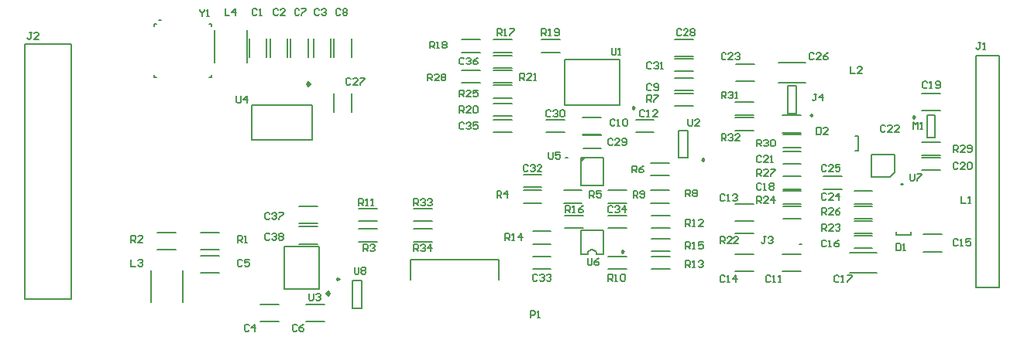
<source format=gto>
%FSLAX24Y24*%
%MOIN*%
G70*
G01*
G75*
G04 Layer_Color=65535*
%ADD10R,0.1181X0.0551*%
%ADD11R,0.0433X0.0394*%
%ADD12C,0.0394*%
%ADD13R,0.0512X0.0591*%
%ADD14R,0.0433X0.0236*%
%ADD15R,0.0290X0.0220*%
%ADD16R,0.0118X0.0472*%
%ADD17R,0.0571X0.0177*%
%ADD18R,0.0335X0.0110*%
%ADD19R,0.0110X0.0335*%
%ADD20R,0.0276X0.0118*%
%ADD21R,0.0480X0.0358*%
%ADD22R,0.0358X0.0480*%
%ADD23R,0.0500X0.0200*%
%ADD24R,0.0200X0.0500*%
%ADD25R,0.0472X0.0118*%
%ADD26R,0.0551X0.0118*%
%ADD27R,0.0630X0.0709*%
%ADD28R,0.0906X0.0236*%
%ADD29R,0.0236X0.0433*%
%ADD30R,0.0591X0.0512*%
%ADD31C,0.0100*%
%ADD32C,0.0110*%
%ADD33C,0.1575*%
%ADD34C,0.0748*%
%ADD35R,0.0748X0.0748*%
%ADD36C,0.0787*%
%ADD37C,0.1496*%
%ADD38C,0.0280*%
%ADD39C,0.0098*%
%ADD40C,0.0118*%
%ADD41C,0.0050*%
%ADD42C,0.0079*%
%ADD43C,0.0059*%
G36*
X-492Y394D02*
Y591D01*
X-295D01*
X-492Y394D01*
D02*
G37*
G54D31*
X13297Y-547D02*
X13357Y-542D01*
X13297Y-535D01*
G54D39*
X4706Y503D02*
X4784Y473D01*
X4776Y556D01*
X4705Y512D01*
X-10897Y-4627D02*
X-10975Y-4597D01*
X-10967Y-4680D01*
X-10896Y-4636D01*
X9381Y2422D02*
X9459Y2392D01*
X9451Y2475D01*
X9380Y2431D01*
X13878Y2352D02*
X13804Y2395D01*
Y2310D01*
X13878Y2352D01*
X1348Y-3445D02*
X1275Y-3402D01*
Y-3487D01*
X1348Y-3445D01*
X1831Y2754D02*
X1757Y2797D01*
Y2711D01*
X1831Y2754D01*
G54D40*
X-12146Y3760D02*
X-12205Y3819D01*
X-12264Y3760D01*
X-12205Y3701D01*
X-12146Y3760D01*
X-11299Y-5276D02*
X-11358Y-5217D01*
X-11417Y-5276D01*
X-11358Y-5335D01*
X-11299Y-5276D01*
G54D41*
X197Y-3563D02*
X170Y-3465D01*
X98Y-3393D01*
X0Y-3366D01*
X-98Y-3393D01*
X-170Y-3465D01*
X-197Y-3563D01*
X-17618Y-5646D02*
Y-4268D01*
X-18996Y-5646D02*
Y-4268D01*
X-14862Y4705D02*
Y6083D01*
X-16240Y4705D02*
Y6083D01*
X-10039Y-2483D02*
X-9252D01*
X-10039Y-3028D02*
X-9252D01*
X-10039Y-1598D02*
X-9252D01*
X-10039Y-2143D02*
X-9252D01*
X-7671Y-1598D02*
X-6884D01*
X-7671Y-2143D02*
X-6884D01*
X-7671Y-2483D02*
X-6884D01*
X-7671Y-3028D02*
X-6884D01*
X-12605Y-1498D02*
X-11805D01*
X-12605Y-2243D02*
X-11805D01*
X-12605Y-2383D02*
X-11805D01*
X-12605Y-3128D02*
X-11805D01*
X4124Y591D02*
Y1772D01*
X3730D02*
X4124D01*
X3730Y591D02*
Y1772D01*
Y591D02*
X4124D01*
X-10315Y-4715D02*
X-9921D01*
Y-5896D02*
Y-4715D01*
X-10315Y-5896D02*
X-9921D01*
X-10315D02*
Y-4715D01*
X8799Y2510D02*
Y3691D01*
X8406D02*
X8799D01*
X8406Y2510D02*
Y3691D01*
Y2510D02*
X8799D01*
X14411Y1474D02*
Y2444D01*
X14742Y1474D02*
Y2444D01*
X14411D02*
X14742D01*
X14411Y1474D02*
X14742D01*
X-14656Y2854D02*
X-12057D01*
X-14656Y1358D02*
X-12057D01*
Y2854D01*
X-14656Y1358D02*
Y2854D01*
X197Y-3563D02*
X472D01*
X-472D02*
X-197D01*
X-472Y-2539D02*
X472D01*
X-472Y-3563D02*
Y-2539D01*
X472Y-3563D02*
Y-2539D01*
X12028Y-246D02*
X12815D01*
X12028D02*
Y738D01*
X12815Y-246D02*
X13012Y-49D01*
X12028Y738D02*
X13012D01*
Y-49D02*
Y738D01*
X11280Y-3314D02*
X12067D01*
X11280Y-2769D02*
X12067D01*
X3561Y5709D02*
X4361D01*
X3561Y4964D02*
X4361D01*
X-400Y1596D02*
X400D01*
X-400Y2341D02*
X400D01*
X-2953Y-666D02*
X-2165D01*
X-2953Y-121D02*
X-2165D01*
X3567Y4861D02*
X4354D01*
X3567Y4316D02*
X4354D01*
X-1969Y2241D02*
X-1181D01*
X-1969Y1696D02*
X-1181D01*
X1870D02*
X2657D01*
X1870Y2241D02*
X2657D01*
X-394Y1007D02*
X394D01*
X-394Y1552D02*
X394D01*
X689Y-2438D02*
X1476D01*
X689Y-1893D02*
X1476D01*
X-2559Y-4209D02*
X-1772D01*
X-2559Y-3665D02*
X-1772D01*
X2520Y371D02*
X3307D01*
X2520Y-174D02*
X3307D01*
X3567Y3487D02*
X4354D01*
X3567Y4032D02*
X4354D01*
X-4232Y1696D02*
X-3445D01*
X-4232Y2241D02*
X-3445D01*
X8202Y-4309D02*
X9002D01*
X8202Y-3565D02*
X9002D01*
X-4232Y4452D02*
X-3445D01*
X-4232Y4997D02*
X-3445D01*
X6155Y-1389D02*
X6955D01*
X6155Y-2134D02*
X6955D01*
X6155Y-3565D02*
X6955D01*
X6155Y-4309D02*
X6955D01*
X14256Y-3463D02*
X15056D01*
X14256Y-2718D02*
X15056D01*
X8209Y-1394D02*
X8996D01*
X8209Y-850D02*
X8996D01*
X14177Y2630D02*
X14977D01*
X14177Y3374D02*
X14977D01*
X14183Y607D02*
X14970D01*
X14183Y62D02*
X14970D01*
X8209Y320D02*
X8996D01*
X8209Y865D02*
X8996D01*
X8202Y1673D02*
X9002D01*
X8202Y2418D02*
X9002D01*
X6194Y4644D02*
X6994D01*
X6194Y3899D02*
X6994D01*
X13081Y-2736D02*
Y-2618D01*
Y-2736D02*
X13711D01*
Y-2618D01*
X11329Y906D02*
X11447D01*
Y1535D01*
X11329D02*
X11447D01*
X-16837Y-2635D02*
X-16037D01*
X-16837Y-3380D02*
X-16037D01*
X-18707D02*
X-17907D01*
X-18707Y-2635D02*
X-17907D01*
X-2953Y-810D02*
X-2165D01*
X-2953Y-1355D02*
X-2165D01*
X-1220D02*
X-433D01*
X-1220Y-810D02*
X-433D01*
X3567Y3361D02*
X4354D01*
X3567Y2816D02*
X4354D01*
X2520Y-1355D02*
X3307D01*
X2520Y-810D02*
X3307D01*
X699D02*
X1486D01*
X699Y-1355D02*
X1486D01*
X689Y-4209D02*
X1476D01*
X689Y-3665D02*
X1476D01*
X2559Y-2438D02*
X3346D01*
X2559Y-1893D02*
X3346D01*
X2559Y-4209D02*
X3346D01*
X2559Y-3665D02*
X3346D01*
X-2553Y-3127D02*
X-1766D01*
X-2553Y-2582D02*
X-1766D01*
X2559Y-3452D02*
X3346D01*
X2559Y-2907D02*
X3346D01*
X-1181Y-2438D02*
X-394D01*
X-1181Y-1893D02*
X-394D01*
X-4232Y5686D02*
X-3445D01*
X-4232Y5141D02*
X-3445D01*
X-5610Y5686D02*
X-4823D01*
X-5610Y5141D02*
X-4823D01*
X-2175D02*
X-1388D01*
X-2175Y5686D02*
X-1388D01*
X-4232Y2385D02*
X-3445D01*
X-4232Y2930D02*
X-3445D01*
X-4232Y3816D02*
X-3445D01*
X-4232Y4361D02*
X-3445D01*
X6161Y-2674D02*
X6949D01*
X6161Y-2129D02*
X6949D01*
X8209Y-2034D02*
X8996D01*
X8209Y-1489D02*
X8996D01*
X-4232Y3717D02*
X-3445D01*
X-4232Y3172D02*
X-3445D01*
X8209Y-210D02*
X8996D01*
X8209Y-755D02*
X8996D01*
X-5610Y4361D02*
X-4823D01*
X-5610Y3816D02*
X-4823D01*
X8209Y1591D02*
X8996D01*
X8209Y1046D02*
X8996D01*
X6161Y2444D02*
X6949D01*
X6161Y2989D02*
X6949D01*
X6161Y2318D02*
X6949D01*
X6161Y1773D02*
X6949D01*
X-13248Y-3248D02*
X-11752D01*
X-13248Y-5079D02*
X-11752D01*
X-13248D02*
Y-3248D01*
X-11752Y-5079D02*
Y-3248D01*
X-492Y-591D02*
Y591D01*
Y-591D02*
X492D01*
Y591D01*
X-492D02*
X492D01*
X11083Y-3504D02*
X12264D01*
X11083Y-4370D02*
X12264D01*
X11280Y-1394D02*
X12067D01*
X11280Y-850D02*
X12067D01*
X9951Y-755D02*
X10738D01*
X9951Y-210D02*
X10738D01*
X8012Y4705D02*
X9193D01*
X8012Y3839D02*
X9193D01*
X11280Y-2034D02*
X12067D01*
X11280Y-1489D02*
X12067D01*
X11280Y-2129D02*
X12067D01*
X11280Y-2674D02*
X12067D01*
X14183Y712D02*
X14970D01*
X14183Y1257D02*
X14970D01*
X-12309Y-6475D02*
X-11509D01*
X-12309Y-5730D02*
X-11509D01*
X-14278D02*
X-13478D01*
X-14278Y-6475D02*
X-13478D01*
X-16837Y-3620D02*
X-16037D01*
X-16837Y-4365D02*
X-16037D01*
X-1171Y4823D02*
X1171D01*
X-1171Y2854D02*
X1171D01*
X-1171D02*
Y4823D01*
X1171Y2854D02*
Y4823D01*
X-16393Y6267D02*
Y6367D01*
X-16493D02*
X-16393D01*
X-16493Y4067D02*
X-16393D01*
Y4167D01*
X-18843Y6367D02*
X-18743D01*
X-18843Y6267D02*
Y6367D01*
Y4067D02*
X-18743D01*
X-18843D02*
Y4167D01*
X-10356Y2553D02*
Y3353D01*
X-11101Y2553D02*
Y3353D01*
X-10356Y4915D02*
Y5715D01*
X-11101Y4915D02*
Y5715D01*
X-12226Y4915D02*
Y5715D01*
X-12971Y4915D02*
Y5715D01*
X-11242Y4915D02*
Y5715D01*
X-11987Y4915D02*
Y5715D01*
X-13112Y4915D02*
Y5715D01*
X-13857Y4915D02*
Y5715D01*
X-13998Y4915D02*
Y5715D01*
X-14743Y4915D02*
Y5715D01*
X16528Y5000D02*
X17528D01*
X17028Y-5000D02*
X17528D01*
Y5000D01*
X16528Y-5000D02*
Y5000D01*
Y-5000D02*
X17028D01*
X-24406Y5500D02*
X-23906D01*
X-22406Y-5500D02*
Y5500D01*
X-23906D02*
X-22406D01*
X-24406Y-5500D02*
Y5500D01*
Y-5500D02*
X-22406D01*
X-7805Y-4685D02*
Y-3819D01*
X-4006Y-4685D02*
Y-3819D01*
X-7805D02*
X-4006D01*
G54D42*
X9006Y-3130D02*
X8927D01*
X9006D01*
X-1063Y591D02*
X-1142D01*
X-1063D01*
X-18563Y6516D02*
X-18642D01*
X-18563D01*
G54D43*
X-7671Y-3445D02*
Y-3150D01*
X-7524D01*
X-7474Y-3199D01*
Y-3297D01*
X-7524Y-3346D01*
X-7671D01*
X-7573D02*
X-7474Y-3445D01*
X-7376Y-3199D02*
X-7327Y-3150D01*
X-7228D01*
X-7179Y-3199D01*
Y-3248D01*
X-7228Y-3297D01*
X-7278D01*
X-7228D01*
X-7179Y-3346D01*
Y-3396D01*
X-7228Y-3445D01*
X-7327D01*
X-7376Y-3396D01*
X-6933Y-3445D02*
Y-3150D01*
X-7081Y-3297D01*
X-6884D01*
X-7671Y-1476D02*
Y-1181D01*
X-7524D01*
X-7474Y-1230D01*
Y-1329D01*
X-7524Y-1378D01*
X-7671D01*
X-7573D02*
X-7474Y-1476D01*
X-7376Y-1230D02*
X-7327Y-1181D01*
X-7228D01*
X-7179Y-1230D01*
Y-1280D01*
X-7228Y-1329D01*
X-7278D01*
X-7228D01*
X-7179Y-1378D01*
Y-1427D01*
X-7228Y-1476D01*
X-7327D01*
X-7376Y-1427D01*
X-7081Y-1230D02*
X-7032Y-1181D01*
X-6933D01*
X-6884Y-1230D01*
Y-1280D01*
X-6933Y-1329D01*
X-6982D01*
X-6933D01*
X-6884Y-1378D01*
Y-1427D01*
X-6933Y-1476D01*
X-7032D01*
X-7081Y-1427D01*
X-10039Y-1476D02*
Y-1181D01*
X-9892D01*
X-9843Y-1230D01*
Y-1329D01*
X-9892Y-1378D01*
X-10039D01*
X-9941D02*
X-9843Y-1476D01*
X-9744D02*
X-9646D01*
X-9695D01*
Y-1181D01*
X-9744Y-1230D01*
X-9498Y-1476D02*
X-9400D01*
X-9449D01*
Y-1181D01*
X-9498Y-1230D01*
X-9843Y-3445D02*
Y-3150D01*
X-9695D01*
X-9646Y-3199D01*
Y-3297D01*
X-9695Y-3346D01*
X-9843D01*
X-9744D02*
X-9646Y-3445D01*
X-9547Y-3199D02*
X-9498Y-3150D01*
X-9400D01*
X-9351Y-3199D01*
Y-3248D01*
X-9400Y-3297D01*
X-9449D01*
X-9400D01*
X-9351Y-3346D01*
Y-3396D01*
X-9400Y-3445D01*
X-9498D01*
X-9547Y-3396D01*
X-13878Y-2707D02*
X-13927Y-2658D01*
X-14026D01*
X-14075Y-2707D01*
Y-2904D01*
X-14026Y-2953D01*
X-13927D01*
X-13878Y-2904D01*
X-13780Y-2707D02*
X-13730Y-2658D01*
X-13632D01*
X-13583Y-2707D01*
Y-2756D01*
X-13632Y-2805D01*
X-13681D01*
X-13632D01*
X-13583Y-2854D01*
Y-2904D01*
X-13632Y-2953D01*
X-13730D01*
X-13780Y-2904D01*
X-13484Y-2707D02*
X-13435Y-2658D01*
X-13337D01*
X-13288Y-2707D01*
Y-2756D01*
X-13337Y-2805D01*
X-13288Y-2854D01*
Y-2904D01*
X-13337Y-2953D01*
X-13435D01*
X-13484Y-2904D01*
Y-2854D01*
X-13435Y-2805D01*
X-13484Y-2756D01*
Y-2707D01*
X-13435Y-2805D02*
X-13337D01*
X-13878Y-1821D02*
X-13927Y-1772D01*
X-14026D01*
X-14075Y-1821D01*
Y-2018D01*
X-14026Y-2067D01*
X-13927D01*
X-13878Y-2018D01*
X-13780Y-1821D02*
X-13730Y-1772D01*
X-13632D01*
X-13583Y-1821D01*
Y-1870D01*
X-13632Y-1919D01*
X-13681D01*
X-13632D01*
X-13583Y-1969D01*
Y-2018D01*
X-13632Y-2067D01*
X-13730D01*
X-13780Y-2018D01*
X-13484Y-1772D02*
X-13288D01*
Y-1821D01*
X-13484Y-2018D01*
Y-2067D01*
X10078Y-3002D02*
X10029Y-2953D01*
X9931D01*
X9882Y-3002D01*
Y-3199D01*
X9931Y-3248D01*
X10029D01*
X10078Y-3199D01*
X10177Y-3248D02*
X10275D01*
X10226D01*
Y-2953D01*
X10177Y-3002D01*
X10620Y-2953D02*
X10521Y-3002D01*
X10423Y-3100D01*
Y-3199D01*
X10472Y-3248D01*
X10570D01*
X10620Y-3199D01*
Y-3150D01*
X10570Y-3100D01*
X10423D01*
X-15059Y-3845D02*
X-15108Y-3795D01*
X-15207D01*
X-15256Y-3845D01*
Y-4041D01*
X-15207Y-4091D01*
X-15108D01*
X-15059Y-4041D01*
X-14764Y-3795D02*
X-14961D01*
Y-3943D01*
X-14862Y-3894D01*
X-14813D01*
X-14764Y-3943D01*
Y-4041D01*
X-14813Y-4091D01*
X-14912D01*
X-14961Y-4041D01*
X-14764Y-6644D02*
X-14813Y-6595D01*
X-14911D01*
X-14961Y-6644D01*
Y-6841D01*
X-14911Y-6890D01*
X-14813D01*
X-14764Y-6841D01*
X-14518Y-6890D02*
Y-6595D01*
X-14665Y-6742D01*
X-14469D01*
X-12697Y-6644D02*
X-12746Y-6595D01*
X-12845D01*
X-12894Y-6644D01*
Y-6841D01*
X-12845Y-6890D01*
X-12746D01*
X-12697Y-6841D01*
X-12402Y-6595D02*
X-12500Y-6644D01*
X-12599Y-6742D01*
Y-6841D01*
X-12549Y-6890D01*
X-12451D01*
X-12402Y-6841D01*
Y-6791D01*
X-12451Y-6742D01*
X-12599D01*
X13829Y1821D02*
Y2116D01*
X13927Y2018D01*
X14026Y2116D01*
Y1821D01*
X14124D02*
X14222D01*
X14173D01*
Y2116D01*
X14124Y2067D01*
X15551Y846D02*
Y1142D01*
X15699D01*
X15748Y1092D01*
Y994D01*
X15699Y945D01*
X15551D01*
X15650D02*
X15748Y846D01*
X16043D02*
X15846D01*
X16043Y1043D01*
Y1092D01*
X15994Y1142D01*
X15896D01*
X15846Y1092D01*
X16142Y896D02*
X16191Y846D01*
X16289D01*
X16338Y896D01*
Y1092D01*
X16289Y1142D01*
X16191D01*
X16142Y1092D01*
Y1043D01*
X16191Y994D01*
X16338D01*
X9882Y-2559D02*
Y-2264D01*
X10029D01*
X10078Y-2313D01*
Y-2411D01*
X10029Y-2461D01*
X9882D01*
X9980D02*
X10078Y-2559D01*
X10374D02*
X10177D01*
X10374Y-2362D01*
Y-2313D01*
X10324Y-2264D01*
X10226D01*
X10177Y-2313D01*
X10472D02*
X10521Y-2264D01*
X10620D01*
X10669Y-2313D01*
Y-2362D01*
X10620Y-2411D01*
X10570D01*
X10620D01*
X10669Y-2461D01*
Y-2510D01*
X10620Y-2559D01*
X10521D01*
X10472Y-2510D01*
X9882Y-1855D02*
Y-1560D01*
X10029D01*
X10078Y-1609D01*
Y-1708D01*
X10029Y-1757D01*
X9882D01*
X9980D02*
X10078Y-1855D01*
X10374D02*
X10177D01*
X10374Y-1659D01*
Y-1609D01*
X10324Y-1560D01*
X10226D01*
X10177Y-1609D01*
X10669Y-1560D02*
X10570Y-1609D01*
X10472Y-1708D01*
Y-1806D01*
X10521Y-1855D01*
X10620D01*
X10669Y-1806D01*
Y-1757D01*
X10620Y-1708D01*
X10472D01*
X9547Y5069D02*
X9498Y5118D01*
X9400D01*
X9350Y5069D01*
Y4872D01*
X9400Y4823D01*
X9498D01*
X9547Y4872D01*
X9842Y4823D02*
X9646D01*
X9842Y5020D01*
Y5069D01*
X9793Y5118D01*
X9695D01*
X9646Y5069D01*
X10138Y5118D02*
X10039Y5069D01*
X9941Y4970D01*
Y4872D01*
X9990Y4823D01*
X10088D01*
X10138Y4872D01*
Y4921D01*
X10088Y4970D01*
X9941D01*
X10078Y246D02*
X10029Y295D01*
X9931D01*
X9882Y246D01*
Y49D01*
X9931Y0D01*
X10029D01*
X10078Y49D01*
X10374Y0D02*
X10177D01*
X10374Y197D01*
Y246D01*
X10324Y295D01*
X10226D01*
X10177Y246D01*
X10669Y295D02*
X10472D01*
Y148D01*
X10570Y197D01*
X10620D01*
X10669Y148D01*
Y49D01*
X10620Y0D01*
X10521D01*
X10472Y49D01*
X10078Y-984D02*
X10029Y-935D01*
X9931D01*
X9882Y-984D01*
Y-1181D01*
X9931Y-1230D01*
X10029D01*
X10078Y-1181D01*
X10374Y-1230D02*
X10177D01*
X10374Y-1034D01*
Y-984D01*
X10324Y-935D01*
X10226D01*
X10177Y-984D01*
X10620Y-1230D02*
Y-935D01*
X10472Y-1083D01*
X10669D01*
X10630Y-4528D02*
X10581Y-4478D01*
X10482D01*
X10433Y-4528D01*
Y-4724D01*
X10482Y-4774D01*
X10581D01*
X10630Y-4724D01*
X10728Y-4774D02*
X10827D01*
X10777D01*
Y-4478D01*
X10728Y-4528D01*
X10974Y-4478D02*
X11171D01*
Y-4528D01*
X10974Y-4724D01*
Y-4774D01*
X13681Y-99D02*
Y-344D01*
X13730Y-394D01*
X13829D01*
X13878Y-344D01*
Y-99D01*
X13976D02*
X14173D01*
Y-148D01*
X13976Y-344D01*
Y-394D01*
X9667Y3346D02*
X9568D01*
X9618D01*
Y3100D01*
X9568Y3050D01*
X9519D01*
X9470Y3100D01*
X9913Y3050D02*
Y3346D01*
X9765Y3198D01*
X9962D01*
X7480Y-2805D02*
X7382D01*
X7431D01*
Y-3051D01*
X7382Y-3100D01*
X7333D01*
X7283Y-3051D01*
X7579Y-2854D02*
X7628Y-2805D01*
X7726D01*
X7775Y-2854D01*
Y-2904D01*
X7726Y-2953D01*
X7677D01*
X7726D01*
X7775Y-3002D01*
Y-3051D01*
X7726Y-3100D01*
X7628D01*
X7579Y-3051D01*
X-10230Y-4134D02*
Y-4380D01*
X-10181Y-4429D01*
X-10083D01*
X-10034Y-4380D01*
Y-4134D01*
X-9935Y-4183D02*
X-9886Y-4134D01*
X-9788D01*
X-9738Y-4183D01*
Y-4232D01*
X-9788Y-4282D01*
X-9738Y-4331D01*
Y-4380D01*
X-9788Y-4429D01*
X-9886D01*
X-9935Y-4380D01*
Y-4331D01*
X-9886Y-4282D01*
X-9935Y-4232D01*
Y-4183D01*
X-9886Y-4282D02*
X-9788D01*
X-1870Y837D02*
Y591D01*
X-1821Y541D01*
X-1722D01*
X-1673Y591D01*
Y837D01*
X-1378D02*
X-1575D01*
Y689D01*
X-1477Y738D01*
X-1427D01*
X-1378Y689D01*
Y591D01*
X-1427Y541D01*
X-1526D01*
X-1575Y591D01*
X-12185Y-5266D02*
Y-5512D01*
X-12136Y-5561D01*
X-12037D01*
X-11988Y-5512D01*
Y-5266D01*
X-11890Y-5315D02*
X-11841Y-5266D01*
X-11742D01*
X-11693Y-5315D01*
Y-5364D01*
X-11742Y-5413D01*
X-11791D01*
X-11742D01*
X-11693Y-5463D01*
Y-5512D01*
X-11742Y-5561D01*
X-11841D01*
X-11890Y-5512D01*
X5571Y1324D02*
Y1619D01*
X5718D01*
X5768Y1570D01*
Y1472D01*
X5718Y1422D01*
X5571D01*
X5669D02*
X5768Y1324D01*
X5866Y1570D02*
X5915Y1619D01*
X6014D01*
X6063Y1570D01*
Y1521D01*
X6014Y1472D01*
X5964D01*
X6014D01*
X6063Y1422D01*
Y1373D01*
X6014Y1324D01*
X5915D01*
X5866Y1373D01*
X6358Y1324D02*
X6161D01*
X6358Y1521D01*
Y1570D01*
X6309Y1619D01*
X6210D01*
X6161Y1570D01*
X5571Y3150D02*
Y3445D01*
X5718D01*
X5768Y3396D01*
Y3297D01*
X5718Y3248D01*
X5571D01*
X5669D02*
X5768Y3150D01*
X5866Y3396D02*
X5915Y3445D01*
X6014D01*
X6063Y3396D01*
Y3346D01*
X6014Y3297D01*
X5964D01*
X6014D01*
X6063Y3248D01*
Y3199D01*
X6014Y3150D01*
X5915D01*
X5866Y3199D01*
X6161Y3150D02*
X6260D01*
X6210D01*
Y3445D01*
X6161Y3396D01*
X7087Y1083D02*
Y1378D01*
X7234D01*
X7283Y1329D01*
Y1230D01*
X7234Y1181D01*
X7087D01*
X7185D02*
X7283Y1083D01*
X7382Y1329D02*
X7431Y1378D01*
X7529D01*
X7579Y1329D01*
Y1279D01*
X7529Y1230D01*
X7480D01*
X7529D01*
X7579Y1181D01*
Y1132D01*
X7529Y1083D01*
X7431D01*
X7382Y1132D01*
X7677Y1329D02*
X7726Y1378D01*
X7825D01*
X7874Y1329D01*
Y1132D01*
X7825Y1083D01*
X7726D01*
X7677Y1132D01*
Y1329D01*
X-7087Y3917D02*
Y4212D01*
X-6939D01*
X-6890Y4163D01*
Y4065D01*
X-6939Y4016D01*
X-7087D01*
X-6988D02*
X-6890Y3917D01*
X-6595D02*
X-6791D01*
X-6595Y4114D01*
Y4163D01*
X-6644Y4212D01*
X-6742D01*
X-6791Y4163D01*
X-6496D02*
X-6447Y4212D01*
X-6349D01*
X-6299Y4163D01*
Y4114D01*
X-6349Y4065D01*
X-6299Y4016D01*
Y3967D01*
X-6349Y3917D01*
X-6447D01*
X-6496Y3967D01*
Y4016D01*
X-6447Y4065D01*
X-6496Y4114D01*
Y4163D01*
X-6447Y4065D02*
X-6349D01*
X7087Y-197D02*
Y98D01*
X7234D01*
X7283Y49D01*
Y-49D01*
X7234Y-98D01*
X7087D01*
X7185D02*
X7283Y-197D01*
X7579D02*
X7382D01*
X7579Y-0D01*
Y49D01*
X7529Y98D01*
X7431D01*
X7382Y49D01*
X7677Y98D02*
X7874D01*
Y49D01*
X7677Y-148D01*
Y-197D01*
X-5709Y3219D02*
Y3514D01*
X-5561D01*
X-5512Y3464D01*
Y3366D01*
X-5561Y3317D01*
X-5709D01*
X-5610D02*
X-5512Y3219D01*
X-5217D02*
X-5413D01*
X-5217Y3415D01*
Y3464D01*
X-5266Y3514D01*
X-5364D01*
X-5413Y3464D01*
X-4922Y3514D02*
X-5118D01*
Y3366D01*
X-5020Y3415D01*
X-4971D01*
X-4922Y3366D01*
Y3268D01*
X-4971Y3219D01*
X-5069D01*
X-5118Y3268D01*
X7087Y-1378D02*
Y-1083D01*
X7234D01*
X7283Y-1132D01*
Y-1230D01*
X7234Y-1280D01*
X7087D01*
X7185D02*
X7283Y-1378D01*
X7579D02*
X7382D01*
X7579Y-1181D01*
Y-1132D01*
X7529Y-1083D01*
X7431D01*
X7382Y-1132D01*
X7825Y-1378D02*
Y-1083D01*
X7677Y-1230D01*
X7874D01*
X5512Y-3100D02*
Y-2805D01*
X5659D01*
X5709Y-2854D01*
Y-2953D01*
X5659Y-3002D01*
X5512D01*
X5610D02*
X5709Y-3100D01*
X6004D02*
X5807D01*
X6004Y-2904D01*
Y-2854D01*
X5955Y-2805D01*
X5856D01*
X5807Y-2854D01*
X6299Y-3100D02*
X6102D01*
X6299Y-2904D01*
Y-2854D01*
X6250Y-2805D01*
X6151D01*
X6102Y-2854D01*
X-3100Y3937D02*
Y4232D01*
X-2953D01*
X-2904Y4183D01*
Y4085D01*
X-2953Y4035D01*
X-3100D01*
X-3002D02*
X-2904Y3937D01*
X-2608D02*
X-2805D01*
X-2608Y4134D01*
Y4183D01*
X-2658Y4232D01*
X-2756D01*
X-2805Y4183D01*
X-2510Y3937D02*
X-2412D01*
X-2461D01*
Y4232D01*
X-2510Y4183D01*
X-5709Y2520D02*
Y2815D01*
X-5561D01*
X-5512Y2766D01*
Y2667D01*
X-5561Y2618D01*
X-5709D01*
X-5610D02*
X-5512Y2520D01*
X-5217D02*
X-5413D01*
X-5217Y2716D01*
Y2766D01*
X-5266Y2815D01*
X-5364D01*
X-5413Y2766D01*
X-5118D02*
X-5069Y2815D01*
X-4971D01*
X-4922Y2766D01*
Y2569D01*
X-4971Y2520D01*
X-5069D01*
X-5118Y2569D01*
Y2766D01*
X-2165Y5856D02*
Y6151D01*
X-2018D01*
X-1969Y6102D01*
Y6004D01*
X-2018Y5955D01*
X-2165D01*
X-2067D02*
X-1969Y5856D01*
X-1870D02*
X-1772D01*
X-1821D01*
Y6151D01*
X-1870Y6102D01*
X-1624Y5906D02*
X-1575Y5856D01*
X-1477D01*
X-1427Y5906D01*
Y6102D01*
X-1477Y6151D01*
X-1575D01*
X-1624Y6102D01*
Y6053D01*
X-1575Y6004D01*
X-1427D01*
X-6988Y5315D02*
Y5610D01*
X-6841D01*
X-6791Y5561D01*
Y5463D01*
X-6841Y5413D01*
X-6988D01*
X-6890D02*
X-6791Y5315D01*
X-6693D02*
X-6595D01*
X-6644D01*
Y5610D01*
X-6693Y5561D01*
X-6447D02*
X-6398Y5610D01*
X-6299D01*
X-6250Y5561D01*
Y5512D01*
X-6299Y5463D01*
X-6250Y5413D01*
Y5364D01*
X-6299Y5315D01*
X-6398D01*
X-6447Y5364D01*
Y5413D01*
X-6398Y5463D01*
X-6447Y5512D01*
Y5561D01*
X-6398Y5463D02*
X-6299D01*
X-4085Y5856D02*
Y6151D01*
X-3937D01*
X-3888Y6102D01*
Y6004D01*
X-3937Y5955D01*
X-4085D01*
X-3986D02*
X-3888Y5856D01*
X-3789D02*
X-3691D01*
X-3740D01*
Y6151D01*
X-3789Y6102D01*
X-3543Y6151D02*
X-3347D01*
Y6102D01*
X-3543Y5906D01*
Y5856D01*
X-1132Y-1772D02*
Y-1476D01*
X-984D01*
X-935Y-1526D01*
Y-1624D01*
X-984Y-1673D01*
X-1132D01*
X-1033D02*
X-935Y-1772D01*
X-837D02*
X-738D01*
X-788D01*
Y-1476D01*
X-837Y-1526D01*
X-394Y-1476D02*
X-492Y-1526D01*
X-591Y-1624D01*
Y-1722D01*
X-542Y-1772D01*
X-443D01*
X-394Y-1722D01*
Y-1673D01*
X-443Y-1624D01*
X-591D01*
X4035Y-3346D02*
Y-3051D01*
X4183D01*
X4232Y-3100D01*
Y-3199D01*
X4183Y-3248D01*
X4035D01*
X4134D02*
X4232Y-3346D01*
X4331D02*
X4429D01*
X4380D01*
Y-3051D01*
X4331Y-3100D01*
X4773Y-3051D02*
X4577D01*
Y-3199D01*
X4675Y-3150D01*
X4724D01*
X4773Y-3199D01*
Y-3297D01*
X4724Y-3346D01*
X4626D01*
X4577Y-3297D01*
X-3734Y-2972D02*
Y-2677D01*
X-3587D01*
X-3537Y-2726D01*
Y-2825D01*
X-3587Y-2874D01*
X-3734D01*
X-3636D02*
X-3537Y-2972D01*
X-3439D02*
X-3341D01*
X-3390D01*
Y-2677D01*
X-3439Y-2726D01*
X-3045Y-2972D02*
Y-2677D01*
X-3193Y-2825D01*
X-2996D01*
X4035Y-4134D02*
Y-3839D01*
X4183D01*
X4232Y-3888D01*
Y-3986D01*
X4183Y-4035D01*
X4035D01*
X4134D02*
X4232Y-4134D01*
X4331D02*
X4429D01*
X4380D01*
Y-3839D01*
X4331Y-3888D01*
X4577D02*
X4626Y-3839D01*
X4724D01*
X4773Y-3888D01*
Y-3937D01*
X4724Y-3986D01*
X4675D01*
X4724D01*
X4773Y-4035D01*
Y-4085D01*
X4724Y-4134D01*
X4626D01*
X4577Y-4085D01*
X4035Y-2362D02*
Y-2067D01*
X4183D01*
X4232Y-2116D01*
Y-2215D01*
X4183Y-2264D01*
X4035D01*
X4134D02*
X4232Y-2362D01*
X4331D02*
X4429D01*
X4380D01*
Y-2067D01*
X4331Y-2116D01*
X4773Y-2362D02*
X4577D01*
X4773Y-2165D01*
Y-2116D01*
X4724Y-2067D01*
X4626D01*
X4577Y-2116D01*
X689Y-4724D02*
Y-4429D01*
X837D01*
X886Y-4478D01*
Y-4577D01*
X837Y-4626D01*
X689D01*
X787D02*
X886Y-4724D01*
X984D02*
X1083D01*
X1033D01*
Y-4429D01*
X984Y-4478D01*
X1230D02*
X1279Y-4429D01*
X1378D01*
X1427Y-4478D01*
Y-4675D01*
X1378Y-4724D01*
X1279D01*
X1230Y-4675D01*
Y-4478D01*
X1772Y-1132D02*
Y-837D01*
X1919D01*
X1968Y-886D01*
Y-984D01*
X1919Y-1033D01*
X1772D01*
X1870D02*
X1968Y-1132D01*
X2067Y-1083D02*
X2116Y-1132D01*
X2214D01*
X2264Y-1083D01*
Y-886D01*
X2214Y-837D01*
X2116D01*
X2067Y-886D01*
Y-935D01*
X2116Y-984D01*
X2264D01*
X4035Y-1083D02*
Y-787D01*
X4183D01*
X4232Y-837D01*
Y-935D01*
X4183Y-984D01*
X4035D01*
X4134D02*
X4232Y-1083D01*
X4331Y-837D02*
X4380Y-787D01*
X4478D01*
X4527Y-837D01*
Y-886D01*
X4478Y-935D01*
X4527Y-984D01*
Y-1033D01*
X4478Y-1083D01*
X4380D01*
X4331Y-1033D01*
Y-984D01*
X4380Y-935D01*
X4331Y-886D01*
Y-837D01*
X4380Y-935D02*
X4478D01*
X2362Y3002D02*
Y3297D01*
X2510D01*
X2559Y3248D01*
Y3150D01*
X2510Y3100D01*
X2362D01*
X2461D02*
X2559Y3002D01*
X2657Y3297D02*
X2854D01*
Y3248D01*
X2657Y3051D01*
Y3002D01*
X-98Y-1132D02*
Y-837D01*
X49D01*
X98Y-886D01*
Y-984D01*
X49Y-1033D01*
X-98D01*
X-0D02*
X98Y-1132D01*
X394Y-837D02*
X197D01*
Y-984D01*
X295Y-935D01*
X344D01*
X394Y-984D01*
Y-1083D01*
X344Y-1132D01*
X246D01*
X197Y-1083D01*
X-4094Y-1132D02*
Y-837D01*
X-3947D01*
X-3898Y-886D01*
Y-984D01*
X-3947Y-1033D01*
X-4094D01*
X-3996D02*
X-3898Y-1132D01*
X-3652D02*
Y-837D01*
X-3799Y-984D01*
X-3603D01*
X-19833Y-3057D02*
Y-2762D01*
X-19685D01*
X-19636Y-2811D01*
Y-2910D01*
X-19685Y-2959D01*
X-19833D01*
X-19734D02*
X-19636Y-3057D01*
X-19341D02*
X-19538D01*
X-19341Y-2860D01*
Y-2811D01*
X-19390Y-2762D01*
X-19488D01*
X-19538Y-2811D01*
X-15256Y-3057D02*
Y-2762D01*
X-15108D01*
X-15059Y-2811D01*
Y-2910D01*
X-15108Y-2959D01*
X-15256D01*
X-15158D02*
X-15059Y-3057D01*
X-14961D02*
X-14862D01*
X-14912D01*
Y-2762D01*
X-14961Y-2811D01*
X11122Y4527D02*
Y4232D01*
X11319D01*
X11614D02*
X11417D01*
X11614Y4429D01*
Y4478D01*
X11565Y4527D01*
X11466D01*
X11417Y4478D01*
X15896Y-1083D02*
Y-1378D01*
X16092D01*
X16191D02*
X16289D01*
X16240D01*
Y-1083D01*
X16191Y-1132D01*
X9656Y1909D02*
Y1614D01*
X9803D01*
X9852Y1663D01*
Y1860D01*
X9803Y1909D01*
X9656D01*
X10147Y1614D02*
X9951D01*
X10147Y1811D01*
Y1860D01*
X10098Y1909D01*
X10000D01*
X9951Y1860D01*
X13091Y-3110D02*
Y-3406D01*
X13238D01*
X13287Y-3356D01*
Y-3160D01*
X13238Y-3110D01*
X13091D01*
X13386Y-3406D02*
X13484D01*
X13435D01*
Y-3110D01*
X13386Y-3160D01*
X5768Y5069D02*
X5718Y5118D01*
X5620D01*
X5571Y5069D01*
Y4872D01*
X5620Y4823D01*
X5718D01*
X5768Y4872D01*
X6063Y4823D02*
X5866D01*
X6063Y5020D01*
Y5069D01*
X6014Y5118D01*
X5915D01*
X5866Y5069D01*
X6161D02*
X6210Y5118D01*
X6309D01*
X6358Y5069D01*
Y5020D01*
X6309Y4970D01*
X6260D01*
X6309D01*
X6358Y4921D01*
Y4872D01*
X6309Y4823D01*
X6210D01*
X6161Y4872D01*
X12618Y1957D02*
X12569Y2006D01*
X12470D01*
X12421Y1957D01*
Y1760D01*
X12470Y1711D01*
X12569D01*
X12618Y1760D01*
X12913Y1711D02*
X12716D01*
X12913Y1907D01*
Y1957D01*
X12864Y2006D01*
X12766D01*
X12716Y1957D01*
X13208Y1711D02*
X13012D01*
X13208Y1907D01*
Y1957D01*
X13159Y2006D01*
X13061D01*
X13012Y1957D01*
X7283Y640D02*
X7234Y689D01*
X7136D01*
X7087Y640D01*
Y443D01*
X7136Y394D01*
X7234D01*
X7283Y443D01*
X7579Y394D02*
X7382D01*
X7579Y590D01*
Y640D01*
X7529Y689D01*
X7431D01*
X7382Y640D01*
X7677Y394D02*
X7775D01*
X7726D01*
Y689D01*
X7677Y640D01*
X15748Y344D02*
X15699Y394D01*
X15601D01*
X15551Y344D01*
Y148D01*
X15601Y98D01*
X15699D01*
X15748Y148D01*
X16043Y98D02*
X15846D01*
X16043Y295D01*
Y344D01*
X15994Y394D01*
X15896D01*
X15846Y344D01*
X16142D02*
X16191Y394D01*
X16289D01*
X16338Y344D01*
Y148D01*
X16289Y98D01*
X16191D01*
X16142Y148D01*
Y344D01*
X14429Y3839D02*
X14380Y3888D01*
X14281D01*
X14232Y3839D01*
Y3642D01*
X14281Y3593D01*
X14380D01*
X14429Y3642D01*
X14527Y3593D02*
X14626D01*
X14577D01*
Y3888D01*
X14527Y3839D01*
X14773Y3642D02*
X14823Y3593D01*
X14921D01*
X14970Y3642D01*
Y3839D01*
X14921Y3888D01*
X14823D01*
X14773Y3839D01*
Y3789D01*
X14823Y3740D01*
X14970D01*
X7283Y-541D02*
X7234Y-492D01*
X7136D01*
X7087Y-541D01*
Y-738D01*
X7136Y-787D01*
X7234D01*
X7283Y-738D01*
X7382Y-787D02*
X7480D01*
X7431D01*
Y-492D01*
X7382Y-541D01*
X7628D02*
X7677Y-492D01*
X7775D01*
X7825Y-541D01*
Y-591D01*
X7775Y-640D01*
X7825Y-689D01*
Y-738D01*
X7775Y-787D01*
X7677D01*
X7628Y-738D01*
Y-689D01*
X7677Y-640D01*
X7628Y-591D01*
Y-541D01*
X7677Y-640D02*
X7775D01*
X15748Y-2966D02*
X15699Y-2917D01*
X15601D01*
X15551Y-2966D01*
Y-3163D01*
X15601Y-3212D01*
X15699D01*
X15748Y-3163D01*
X15846Y-3212D02*
X15945D01*
X15896D01*
Y-2917D01*
X15846Y-2966D01*
X16289Y-2917D02*
X16092D01*
Y-3065D01*
X16191Y-3016D01*
X16240D01*
X16289Y-3065D01*
Y-3163D01*
X16240Y-3212D01*
X16142D01*
X16092Y-3163D01*
X5709Y-4528D02*
X5659Y-4478D01*
X5561D01*
X5512Y-4528D01*
Y-4724D01*
X5561Y-4774D01*
X5659D01*
X5709Y-4724D01*
X5807Y-4774D02*
X5905D01*
X5856D01*
Y-4478D01*
X5807Y-4528D01*
X6201Y-4774D02*
Y-4478D01*
X6053Y-4626D01*
X6250D01*
X5709Y-1034D02*
X5659Y-984D01*
X5561D01*
X5512Y-1034D01*
Y-1230D01*
X5561Y-1280D01*
X5659D01*
X5709Y-1230D01*
X5807Y-1280D02*
X5905D01*
X5856D01*
Y-984D01*
X5807Y-1034D01*
X6053D02*
X6102Y-984D01*
X6201D01*
X6250Y-1034D01*
Y-1083D01*
X6201Y-1132D01*
X6151D01*
X6201D01*
X6250Y-1181D01*
Y-1230D01*
X6201Y-1280D01*
X6102D01*
X6053Y-1230D01*
X-5512Y4862D02*
X-5561Y4911D01*
X-5659D01*
X-5709Y4862D01*
Y4665D01*
X-5659Y4616D01*
X-5561D01*
X-5512Y4665D01*
X-5413Y4862D02*
X-5364Y4911D01*
X-5266D01*
X-5217Y4862D01*
Y4813D01*
X-5266Y4764D01*
X-5315D01*
X-5266D01*
X-5217Y4715D01*
Y4665D01*
X-5266Y4616D01*
X-5364D01*
X-5413Y4665D01*
X-4922Y4911D02*
X-5020Y4862D01*
X-5118Y4764D01*
Y4665D01*
X-5069Y4616D01*
X-4971D01*
X-4922Y4665D01*
Y4715D01*
X-4971Y4764D01*
X-5118D01*
X7677Y-4528D02*
X7628Y-4478D01*
X7530D01*
X7480Y-4528D01*
Y-4724D01*
X7530Y-4774D01*
X7628D01*
X7677Y-4724D01*
X7775Y-4774D02*
X7874D01*
X7825D01*
Y-4478D01*
X7775Y-4528D01*
X8021Y-4774D02*
X8120D01*
X8071D01*
Y-4478D01*
X8021Y-4528D01*
X-5512Y2067D02*
X-5561Y2116D01*
X-5659D01*
X-5709Y2067D01*
Y1870D01*
X-5659Y1821D01*
X-5561D01*
X-5512Y1870D01*
X-5413Y2067D02*
X-5364Y2116D01*
X-5266D01*
X-5217Y2067D01*
Y2018D01*
X-5266Y1968D01*
X-5315D01*
X-5266D01*
X-5217Y1919D01*
Y1870D01*
X-5266Y1821D01*
X-5364D01*
X-5413Y1870D01*
X-4922Y2116D02*
X-5118D01*
Y1968D01*
X-5020Y2018D01*
X-4971D01*
X-4922Y1968D01*
Y1870D01*
X-4971Y1821D01*
X-5069D01*
X-5118Y1870D01*
X2559Y3740D02*
X2510Y3789D01*
X2411D01*
X2362Y3740D01*
Y3543D01*
X2411Y3494D01*
X2510D01*
X2559Y3543D01*
X2657D02*
X2707Y3494D01*
X2805D01*
X2854Y3543D01*
Y3740D01*
X2805Y3789D01*
X2707D01*
X2657Y3740D01*
Y3691D01*
X2707Y3642D01*
X2854D01*
X-197Y-3740D02*
Y-3986D01*
X-148Y-4035D01*
X-49D01*
X-0Y-3986D01*
Y-3740D01*
X295D02*
X197Y-3789D01*
X98Y-3888D01*
Y-3986D01*
X148Y-4035D01*
X246D01*
X295Y-3986D01*
Y-3937D01*
X246Y-3888D01*
X98D01*
X4134Y2264D02*
Y2018D01*
X4183Y1969D01*
X4281D01*
X4331Y2018D01*
Y2264D01*
X4626Y1969D02*
X4429D01*
X4626Y2165D01*
Y2214D01*
X4577Y2264D01*
X4478D01*
X4429Y2214D01*
X1722Y-49D02*
Y246D01*
X1870D01*
X1919Y197D01*
Y98D01*
X1870Y49D01*
X1722D01*
X1821D02*
X1919Y-49D01*
X2214Y246D02*
X2116Y197D01*
X2018Y98D01*
Y-0D01*
X2067Y-49D01*
X2165D01*
X2214Y-0D01*
Y49D01*
X2165Y98D01*
X2018D01*
X984Y2214D02*
X935Y2264D01*
X837D01*
X787Y2214D01*
Y2018D01*
X837Y1969D01*
X935D01*
X984Y2018D01*
X1083Y1969D02*
X1181D01*
X1132D01*
Y2264D01*
X1083Y2214D01*
X1329D02*
X1378Y2264D01*
X1476D01*
X1525Y2214D01*
Y2018D01*
X1476Y1969D01*
X1378D01*
X1329Y2018D01*
Y2214D01*
X2264Y2608D02*
X2215Y2657D01*
X2116D01*
X2067Y2608D01*
Y2411D01*
X2116Y2362D01*
X2215D01*
X2264Y2411D01*
X2362Y2362D02*
X2461D01*
X2411D01*
Y2657D01*
X2362Y2608D01*
X2805Y2362D02*
X2608D01*
X2805Y2559D01*
Y2608D01*
X2756Y2657D01*
X2657D01*
X2608Y2608D01*
X3839Y6102D02*
X3789Y6151D01*
X3691D01*
X3642Y6102D01*
Y5906D01*
X3691Y5856D01*
X3789D01*
X3839Y5906D01*
X4134Y5856D02*
X3937D01*
X4134Y6053D01*
Y6102D01*
X4085Y6151D01*
X3986D01*
X3937Y6102D01*
X4232D02*
X4281Y6151D01*
X4380D01*
X4429Y6102D01*
Y6053D01*
X4380Y6004D01*
X4429Y5955D01*
Y5906D01*
X4380Y5856D01*
X4281D01*
X4232Y5906D01*
Y5955D01*
X4281Y6004D01*
X4232Y6053D01*
Y6102D01*
X4281Y6004D02*
X4380D01*
X886Y1378D02*
X837Y1427D01*
X738D01*
X689Y1378D01*
Y1181D01*
X738Y1132D01*
X837D01*
X886Y1181D01*
X1181Y1132D02*
X984D01*
X1181Y1329D01*
Y1378D01*
X1132Y1427D01*
X1033D01*
X984Y1378D01*
X1279Y1181D02*
X1329Y1132D01*
X1427D01*
X1476Y1181D01*
Y1378D01*
X1427Y1427D01*
X1329D01*
X1279Y1378D01*
Y1329D01*
X1329Y1279D01*
X1476D01*
X-1772Y2608D02*
X-1821Y2657D01*
X-1919D01*
X-1969Y2608D01*
Y2411D01*
X-1919Y2362D01*
X-1821D01*
X-1772Y2411D01*
X-1673Y2608D02*
X-1624Y2657D01*
X-1526D01*
X-1477Y2608D01*
Y2559D01*
X-1526Y2510D01*
X-1575D01*
X-1526D01*
X-1477Y2461D01*
Y2411D01*
X-1526Y2362D01*
X-1624D01*
X-1673Y2411D01*
X-1378Y2608D02*
X-1329Y2657D01*
X-1231D01*
X-1181Y2608D01*
Y2411D01*
X-1231Y2362D01*
X-1329D01*
X-1378Y2411D01*
Y2608D01*
X2559Y4675D02*
X2510Y4724D01*
X2411D01*
X2362Y4675D01*
Y4478D01*
X2411Y4429D01*
X2510D01*
X2559Y4478D01*
X2657Y4675D02*
X2707Y4724D01*
X2805D01*
X2854Y4675D01*
Y4626D01*
X2805Y4577D01*
X2756D01*
X2805D01*
X2854Y4528D01*
Y4478D01*
X2805Y4429D01*
X2707D01*
X2657Y4478D01*
X2953Y4429D02*
X3051D01*
X3002D01*
Y4724D01*
X2953Y4675D01*
X-2756Y246D02*
X-2805Y295D01*
X-2904D01*
X-2953Y246D01*
Y49D01*
X-2904Y0D01*
X-2805D01*
X-2756Y49D01*
X-2658Y246D02*
X-2608Y295D01*
X-2510D01*
X-2461Y246D01*
Y197D01*
X-2510Y148D01*
X-2559D01*
X-2510D01*
X-2461Y98D01*
Y49D01*
X-2510Y0D01*
X-2608D01*
X-2658Y49D01*
X-2166Y0D02*
X-2362D01*
X-2166Y197D01*
Y246D01*
X-2215Y295D01*
X-2313D01*
X-2362Y246D01*
X-2356Y-4478D02*
X-2406Y-4429D01*
X-2504D01*
X-2553Y-4478D01*
Y-4675D01*
X-2504Y-4724D01*
X-2406D01*
X-2356Y-4675D01*
X-2258Y-4478D02*
X-2209Y-4429D01*
X-2110D01*
X-2061Y-4478D01*
Y-4528D01*
X-2110Y-4577D01*
X-2160D01*
X-2110D01*
X-2061Y-4626D01*
Y-4675D01*
X-2110Y-4724D01*
X-2209D01*
X-2258Y-4675D01*
X-1963Y-4478D02*
X-1914Y-4429D01*
X-1815D01*
X-1766Y-4478D01*
Y-4528D01*
X-1815Y-4577D01*
X-1864D01*
X-1815D01*
X-1766Y-4626D01*
Y-4675D01*
X-1815Y-4724D01*
X-1914D01*
X-1963Y-4675D01*
X886Y-1526D02*
X837Y-1476D01*
X738D01*
X689Y-1526D01*
Y-1722D01*
X738Y-1772D01*
X837D01*
X886Y-1722D01*
X984Y-1526D02*
X1033Y-1476D01*
X1132D01*
X1181Y-1526D01*
Y-1575D01*
X1132Y-1624D01*
X1083D01*
X1132D01*
X1181Y-1673D01*
Y-1722D01*
X1132Y-1772D01*
X1033D01*
X984Y-1722D01*
X1427Y-1772D02*
Y-1476D01*
X1279Y-1624D01*
X1476D01*
X837Y5315D02*
Y5069D01*
X886Y5020D01*
X984D01*
X1033Y5069D01*
Y5315D01*
X1132Y5020D02*
X1230D01*
X1181D01*
Y5315D01*
X1132Y5266D01*
X-19833Y-3795D02*
Y-4091D01*
X-19636D01*
X-19538Y-3845D02*
X-19488Y-3795D01*
X-19390D01*
X-19341Y-3845D01*
Y-3894D01*
X-19390Y-3943D01*
X-19439D01*
X-19390D01*
X-19341Y-3992D01*
Y-4041D01*
X-19390Y-4091D01*
X-19488D01*
X-19538Y-4041D01*
X-2657Y-6299D02*
Y-6004D01*
X-2510D01*
X-2461Y-6053D01*
Y-6152D01*
X-2510Y-6201D01*
X-2657D01*
X-2362Y-6299D02*
X-2264D01*
X-2313D01*
Y-6004D01*
X-2362Y-6053D01*
X-15305Y3248D02*
Y3002D01*
X-15256Y2953D01*
X-15158D01*
X-15108Y3002D01*
Y3248D01*
X-14862Y2953D02*
Y3248D01*
X-15010Y3100D01*
X-14813D01*
X-16880Y6988D02*
Y6939D01*
X-16782Y6841D01*
X-16683Y6939D01*
Y6988D01*
X-16782Y6841D02*
Y6693D01*
X-16585D02*
X-16486D01*
X-16536D01*
Y6988D01*
X-16585Y6939D01*
X-15797Y7027D02*
Y6732D01*
X-15600D01*
X-15354D02*
Y7027D01*
X-15502Y6880D01*
X-15305D01*
X-10384Y3986D02*
X-10433Y4035D01*
X-10531D01*
X-10581Y3986D01*
Y3789D01*
X-10531Y3740D01*
X-10433D01*
X-10384Y3789D01*
X-10089Y3740D02*
X-10285D01*
X-10089Y3937D01*
Y3986D01*
X-10138Y4035D01*
X-10236D01*
X-10285Y3986D01*
X-9990Y4035D02*
X-9794D01*
Y3986D01*
X-9990Y3789D01*
Y3740D01*
X-10827Y6978D02*
X-10876Y7027D01*
X-10974D01*
X-11024Y6978D01*
Y6781D01*
X-10974Y6732D01*
X-10876D01*
X-10827Y6781D01*
X-10728Y6978D02*
X-10679Y7027D01*
X-10581D01*
X-10532Y6978D01*
Y6929D01*
X-10581Y6880D01*
X-10532Y6831D01*
Y6781D01*
X-10581Y6732D01*
X-10679D01*
X-10728Y6781D01*
Y6831D01*
X-10679Y6880D01*
X-10728Y6929D01*
Y6978D01*
X-10679Y6880D02*
X-10581D01*
X-12598Y6978D02*
X-12648Y7027D01*
X-12746D01*
X-12795Y6978D01*
Y6781D01*
X-12746Y6732D01*
X-12648D01*
X-12598Y6781D01*
X-12500Y7027D02*
X-12303D01*
Y6978D01*
X-12500Y6781D01*
Y6732D01*
X-11737Y6978D02*
X-11786Y7027D01*
X-11885D01*
X-11934Y6978D01*
Y6781D01*
X-11885Y6732D01*
X-11786D01*
X-11737Y6781D01*
X-11639Y6978D02*
X-11590Y7027D01*
X-11491D01*
X-11442Y6978D01*
Y6929D01*
X-11491Y6880D01*
X-11540D01*
X-11491D01*
X-11442Y6831D01*
Y6781D01*
X-11491Y6732D01*
X-11590D01*
X-11639Y6781D01*
X-13509Y6978D02*
X-13558Y7027D01*
X-13657D01*
X-13706Y6978D01*
Y6781D01*
X-13657Y6732D01*
X-13558D01*
X-13509Y6781D01*
X-13214Y6732D02*
X-13411D01*
X-13214Y6929D01*
Y6978D01*
X-13263Y7027D01*
X-13361D01*
X-13411Y6978D01*
X-14419D02*
X-14469Y7027D01*
X-14567D01*
X-14616Y6978D01*
Y6781D01*
X-14567Y6732D01*
X-14469D01*
X-14419Y6781D01*
X-14321Y6732D02*
X-14223D01*
X-14272D01*
Y7027D01*
X-14321Y6978D01*
X16732Y5561D02*
X16634D01*
X16683D01*
Y5315D01*
X16634Y5266D01*
X16585D01*
X16535Y5315D01*
X16831Y5266D02*
X16929D01*
X16880D01*
Y5561D01*
X16831Y5512D01*
X-24114Y6004D02*
X-24213D01*
X-24163D01*
Y5758D01*
X-24213Y5709D01*
X-24262D01*
X-24311Y5758D01*
X-23819Y5709D02*
X-24016D01*
X-23819Y5905D01*
Y5955D01*
X-23868Y6004D01*
X-23967D01*
X-24016Y5955D01*
M02*

</source>
